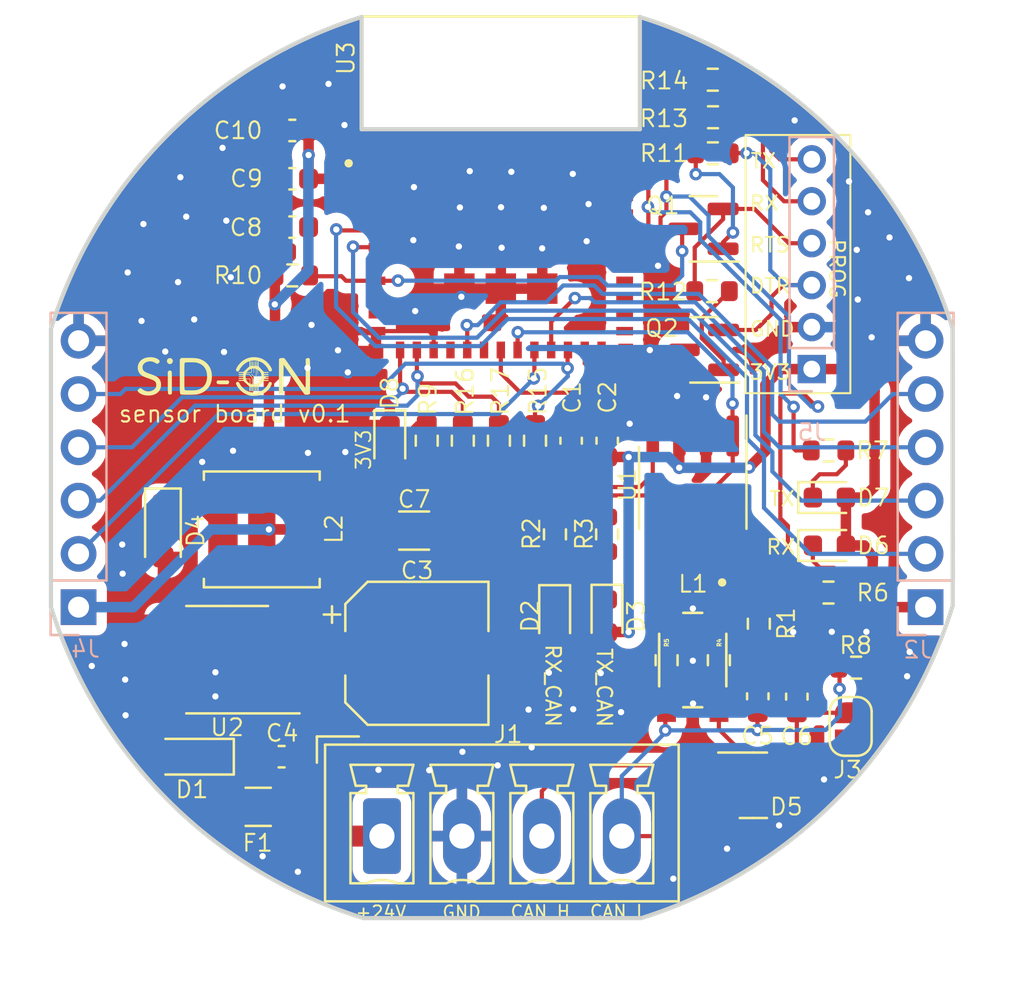
<source format=kicad_pcb>
(kicad_pcb (version 20221018) (generator pcbnew)
  (layers (0 "F.Cu" signal) (31 "B.Cu" signal) (34 "B.Paste" user) (35 "F.Paste" user) (36 "B.SilkS" user "B.Silkscreen") (37 "F.SilkS" user "F.Silkscreen") (38 "B.Mask" user) (39 "F.Mask" user) (44 "Edge.Cuts" user))
  (net 0 "")
  (net 1 "+24V")
  (net 2 "GND")
  (net 3 "+3V3")
  (net 4 "CHIP_PU")
  (net 5 "CAN_L")
  (net 6 "CAN_H")
  (net 7 "Net-(D1-A)")
  (net 8 "Net-(D2-K)")
  (net 9 "Net-(D6-K)")
  (net 10 "Net-(D7-K)")
  (net 11 "Net-(J1-Pin_1)")
  (net 12 "Net-(Q1-B)")
  (net 13 "RTS")
  (net 14 "Net-(Q2-B)")
  (net 15 "DTR")
  (net 16 "GPIO9")
  (net 17 "GPIO8")
  (net 18 "RXDO")
  (net 19 "TXDO")
  (net 20 "Net-(J3-Pin_1)")
  (net 21 "RX_CAN")
  (net 22 "TX_CAN")
  (net 23 "TOUCH_1")
  (net 24 "TOUCH_2")
  (net 25 "SCL")
  (net 26 "SDA")
  (net 27 "TOUCH_4")
  (net 28 "1-WIRE")
  (net 29 "TOUCH_3")
  (net 31 "Net-(D3-K)")
  (net 32 "Net-(D4-K)")
  (net 33 "Net-(D8-A)")
  (net 34 "Net-(J5-Pin_5)")
  (net 35 "Net-(J5-Pin_6)")
  (net 36 "Net-(U1-CANH)")
  (net 37 "Net-(U1-CANL)")
  (net 38 "Net-(U1-Rs)")
  (footprint "Package_TO_SOT_SMD:SOT-23" (layer "F.Cu") (at 82.5275 107.62 180)
    (fp_text reference "Q2")
    (fp_text value "BC817")
  )
  (footprint "Jumper:SolderJumper-2_P1.3mm_Open_RoundedPad1.0x1.5mm" (layer "F.Cu") (at 89.52 125.57 90)
    (fp_text reference "J3")
    (fp_text value "JUMPER 120R")
  )
  (footprint "Resistor_SMD:R_0603_1608Metric" (layer "F.Cu") (at 62.915 104.07)
    (fp_text reference "R10")
    (fp_text value "10k/R0603")
  )
  (footprint "ESP32-C3-MINI-1-N4:XCVR_ESP32-C3-MINI-1-N4" (layer "F.Cu") (at 72.85 100.025)
    (fp_text reference "U3")
    (fp_text value "ESP32-C3-MINI-1-N4")
  )
  (footprint "Package_TO_SOT_SMD:SOT-23" (layer "F.Cu") (at 84.885 128.3775)
    (fp_text reference "D5")
    (fp_text value "PESD1CAN")
  )
  (footprint "Resistor_SMD:R_0603_1608Metric" (layer "F.Cu") (at 88.465 119.19)
    (fp_text reference "R6")
    (fp_text value "1.2k")
  )
  (footprint "Resistor_SMD:R_0603_1608Metric" (layer "F.Cu") (at 82.95 94.74)
    (fp_text reference "R14")
    (fp_text value "22R/R0603")
  )
  (footprint "Diode_SMD:D_SOD-323_HandSoldering" (layer "F.Cu") (at 58.1175 127.015 180)
    (fp_text reference "D1")
    (fp_text value "1N5819WS")
  )
  (footprint "Resistor_SMD:R_0603_1608Metric" (layer "F.Cu") (at 80.75 122.415 -90)
    (fp_text reference "R5")
    (fp_text value "0k/R0603")
  )
  (footprint "Resistor_SMD:R_0603_1608Metric" (layer "F.Cu") (at 82.96 96.53 180)
    (fp_text reference "R13")
    (fp_text value "22R/R0603" hide)
  )
  (footprint "Capacitor_SMD:C_0603_1608Metric" (layer "F.Cu") (at 62.915 101.766667 180)
    (fp_text reference "C8")
    (fp_text value "10uF/C0805")
  )
  (footprint "Capacitor_SMD:C_0603_1608Metric" (layer "F.Cu") (at 85.095 124.135 -90)
    (fp_text reference "C5")
    (fp_text value "100pF/C0603")
  )
  (footprint "Package_SO:SOIC-8_3.9x4.9mm_P1.27mm" (layer "F.Cu") (at 81.995 114.2 -90)
    (fp_text reference "U1")
    (fp_text value "SN65HVD230")
  )
  (footprint "Capacitor_SMD:C_1206_3216Metric" (layer "F.Cu") (at 68.72 116.235)
    (fp_text reference "C7")
    (fp_text value "47uF/C1206")
  )
  (footprint "Resistor_SMD:R_0603_1608Metric" (layer "F.Cu") (at 82.955 98.25 180)
    (fp_text reference "R11")
    (fp_text value "10k/R0603")
  )
  (footprint "Resistor_SMD:R_0603_1608Metric" (layer "F.Cu") (at 77.915 116.415 -90)
    (fp_text reference "R3")
    (fp_text value "1.2k/R0603")
  )
  (footprint "Capacitor_SMD:C_0603_1608Metric" (layer "F.Cu") (at 86.955 124.15 -90)
    (fp_text reference "C6")
    (fp_text value "100pF/C0603")
  )
  (footprint "LED_SMD:LED_0603_1608Metric" (layer "F.Cu") (at 75.415 120.3225 -90)
    (fp_text reference "D2")
    (fp_text value "LED_RED/L0603")
  )
  (footprint "Inductor_SMD:L_Sunlord_SWPA5040S" (layer "F.Cu") (at 61.46 116.1775)
    (fp_text reference "L2")
    (fp_text value "47uH/900mA")
  )
  (footprint "Resistor_SMD:R_0603_1608Metric" (layer "F.Cu") (at 75.43 116.415 -90)
    (fp_text reference "R2")
    (fp_text value "1.2k/R0603")
  )
  (footprint "Diode_SMD:D_SOD-323_HandSoldering" (layer "F.Cu") (at 56.75 116.24 -90)
    (fp_text reference "D4")
    (fp_text value "1N5819WS")
  )
  (footprint "Capacitor_SMD:C_0603_1608Metric" (layer "F.Cu") (at 76.2 111.95 -90)
    (fp_text reference "C1")
    (fp_text value "10uF/C0805")
  )
  (footprint "Resistor_SMD:R_0603_1608Metric" (layer "F.Cu") (at 83.24 122.415 90)
    (fp_text reference "R4")
    (fp_text value "0k/R0603")
  )
  (footprint "Resistor_SMD:R_0603_1608Metric" (layer "F.Cu") (at 82.915 104.82 180)
    (fp_text reference "R12")
    (fp_text value "10k/R0603")
  )
  (footprint "LED_SMD:LED_0603_1608Metric" (layer "F.Cu") (at 77.91 120.305 -90)
    (fp_text reference "D3")
    (fp_text value "LED_RED/L0603")
  )
  (footprint "Capacitor_SMD:C_0603_1608Metric" (layer "F.Cu") (at 77.92 111.95 -90)
    (fp_text reference "C2")
    (fp_text value "100nF/C0603")
  )
  (footprint "Capacitor_SMD:C_0603_1608Metric" (layer "F.Cu") (at 62.915 99.463334 180)
    (fp_text reference "C9")
    (fp_text value "100nF/C0603")
  )
  (footprint "LED_SMD:LED_0603_1608Metric" (layer "F.Cu") (at 88.505 116.945)
    (fp_text reference "D6")
    (fp_text value "LED_RED/L0603")
  )
  (footprint "LED_SMD:LED_0603_1608Metric" (layer "F.Cu") (at 67.56 111.99 -90)
    (fp_text reference "D8")
    (fp_text value "LED_RED/L0603" hide)
  )
  (footprint "Connector_Phoenix_MC:PhoenixContact_MCV_1,5_4-G-3.81_1x04_P3.81mm_Vertical" (layer "F.Cu") (at 67.185 130.8)
    (fp_text reference "J1")
    (fp_text value "Screw_Terminal_01x04")
  )
  (footprint "Capacitor_SMD:C_0603_1608Metric" (layer "F.Cu") (at 62.915 97.16 180)
    (fp_text reference "C10")
    (fp_text value "10uF/C0805")
  )
  (footprint "Resistor_SMD:R_0603_1608Metric" (layer "F.Cu") (at 85.145 120.675 -90)
    (fp_text reference "R1")
    (fp_text value "10k/R0603")
  )
  (footprint "Resistor_SMD:R_0603_1608Metric" (layer "F.Cu") (at 88.465 112.415)
    (fp_text reference "R7")
    (fp_text value "1.2k")
  )
  (footprint "Resistor_SMD:R_0603_1608Metric" (layer "F.Cu") (at 72.76 111.95 -90)
    (fp_text reference "R17")
    (fp_text value "10k/R0603")
  )
  (footprint "Resistor_SMD:R_0603_1608Metric" (layer "F.Cu") (at 74.48 111.95 90)
    (fp_text reference "R15")
    (fp_text value "10k/R0603")
  )
  (footprint "ACT45B:FIL_ACT45B-510-2P-TL003" (layer "F.Cu") (at 81.995 122.4075 -90)
    (fp_text reference "L1")
    (fp_text value "ACT45B-510")
  )
  (footprint "Resistor_SMD:R_0603_1608Metric" (layer "F.Cu") (at 71.04 111.95 -90)
    (fp_text reference "R16")
    (fp_text value "10k/R0603")
  )
  (footprint "Capacitor_SMD:CP_Elec_6.3x7.7" (layer "F.Cu") (at 68.85 122.085)
    (fp_text reference "C3")
    (fp_text value "100uF/35v")
  )
  (footprint "Capacitor_SMD:C_0603_1608Metric" (layer "F.Cu") (at 62.405 127.015)
    (fp_text reference "C4")
    (fp_text value "100nF/C0603")
  )
  (footprint "Fuse:Fuse_1206_3216Metric" (layer "F.Cu") (at 61.29 129.405)
    (fp_text reference "F1")
    (fp_text value "BSMD1206-100-24V")
  )
  (footprint "Resistor_SMD:R_0603_1608Metric" (layer "F.Cu") (at 69.32 111.95 90)
    (fp_text reference "R9")
    (fp_text value "1.2k/R0603")
  )
  (footprint "boneio - expansion module WT32-ETH01:8mm" (layer "F.Cu") (at 59.5 109.04)
    (fp_text reference "G***" hide)
    (fp_text value "LOGO" hide)
  )
  (footprint "LED_SMD:LED_0603_1608Metric" (layer "F.Cu") (at 88.505 114.66)
    (fp_text reference "D7")
    (fp_text value "LED_RED/L0603")
  )
  (footprint "Resistor_SMD:R_0603_1608Metric" (layer "F.Cu") (at 89.78 122.77 180)
    (fp_text reference "R8")
    (fp_text value "120R/R0603")
  )
  (footprint "Package_TO_SOT_SMD:SOT-23" (layer "F.Cu") (at 82.5025 101.85 180)
    (fp_text reference "Q1")
    (fp_text value "BC817")
  )
  (footprint "Package_SO:SOP-8_3.9x4.9mm_P1.27mm" (layer "F.Cu") (at 59.81 122.39 180)
    (fp_text reference "U2")
    (fp_text value "XL1509-3.3")
  )
  (footprint "Connector_PinHeader_2.00mm:PinHeader_1x06_P2.00mm_Vertical" (layer "B.Cu") (at 87.665 108.535)
    (fp_text reference "J5")
    (fp_text value "PROG")
  )
  (footprint "Connector_PinHeader_2.54mm:PinHeader_1x06_P2.54mm_Vertical" (layer "B.Cu") (at 52.73 119.885)
    (fp_text reference "J4")
    (fp_text value "BUS_PINS")
  )
  (footprint "Connector_PinHeader_2.54mm:PinHeader_1x06_P2.54mm_Vertical" (layer "B.Cu") (at 93.09 119.885)
    (fp_text reference "J2")
    (fp_text value "TOUCH_PINS")
  )
  (gr_rect (start 84.515 97.375) (end 89.505 109.685) (stroke (width 0.1)) (fill none) (layer "F.SilkS"))
  (gr_line (start 79.535 134.71) (end 66.305 134.71) (stroke (width 0.2)) (layer "Edge.Cuts"))
  (gr_line (start 79.475 91.750573) (end 79.475 97.1) (stroke (width 0.2)) (layer "Edge.Cuts"))
  (gr_line (start 66.215 91.750573) (end 66.215 97.1) (stroke (width 0.2)) (layer "Edge.Cuts"))
  (gr_line (start 94.370944 106.588746) (end 94.385 119.81) (stroke (width 0.2)) (layer "Edge.Cuts"))
  (gr_line (start 51.415001 106.64) (end 51.415001 119.87) (stroke (width 0.2)) (layer "Edge.Cuts"))
  (gr_arc (start 51.41229 106.63139) (mid 56.980936 97.367892) (end 66.215 91.750573) (stroke (width 0.2)) (layer "Edge.Cuts"))
  (gr_arc (start 66.305 134.71) (mid 57.029159 129.129066) (end 51.413746 119.874056) (stroke (width 0.2)) (layer "Edge.Cuts"))
  (gr_arc (start 94.380944 119.818746) (mid 88.80001 129.094587) (end 79.545 134.71) (stroke (width 0.2)) (layer "Edge.Cuts"))
  (gr_line (start 66.215 97.1) (end 79.479714 97.1) (stroke (width 0.2)) (layer "Edge.Cuts"))
  (gr_arc (start 79.472476 91.750573) (mid 88.752857 97.331071) (end 94.370943 106.588746) (stroke (width 0.2)) (layer "Edge.Cuts"))
  (gr_text "GND" (at 84.65 107.035) (layer "F.SilkS") (effects (font (size 0.7 0.7) (thickness 0.1)) (justify left bottom)))
  (gr_text "TX" (at 84.69 99.025) (layer "F.SilkS") (effects (font (size 0.7 0.7) (thickness 0.1)) (justify left bottom)))
  (gr_text "DTR" (at 84.65 104.975) (layer "F.SilkS") (effects (font (size 0.7 0.7) (thickness 0.1)) (justify left bottom)))
  (gr_text "CAN_H" (at 73.26 134.76) (layer "F.SilkS") (effects (font (size 0.6 0.6) (thickness 0.0875)) (justify left bottom)))
  (gr_text "RX_CAN" (at 74.925 121.593333 -90) (layer "F.SilkS") (effects (font (size 0.7 0.7) (thickness 0.1)) (justify left bottom)))
  (gr_text "PROG" (at 88.46 102.265 -90) (layer "F.SilkS") (effects (font (size 0.7 0.7) (thickness 0.1)) (justify left bottom)))
  (gr_text "GND" (at 70.01 134.78) (layer "F.SilkS") (effects (font (size 0.6 0.6) (thickness 0.0875)) (justify left bottom)))
  (gr_text "RTS" (at 84.65 103.025) (layer "F.SilkS") (effects (font (size 0.7 0.7) (thickness 0.1)) (justify left bottom)))
  (gr_text "CAN_L" (at 77.04 134.75) (layer "F.SilkS") (effects (font (size 0.6 0.6) (thickness 0.0875)) (justify left bottom)))
  (gr_text "TX_CAN" (at 77.37 121.77 -90) (layer "F.SilkS") (effects (font (size 0.7 0.7) (thickness 0.1)) (justify left bottom)))
  (gr_text "RX" (at 84.65 101.045) (layer "F.SilkS") (effects (font (size 0.7 0.7) (thickness 0.1)) (justify left bottom)))
  (gr_text "3V3" (at 66.72 113.4 90) (layer "F.SilkS") (effects (font (size 0.7 0.7) (thickness 0.0875)) (justify left bottom)))
  (gr_text "TX" (at 85.58 115.13) (layer "F.SilkS") (effects (font (size 0.7 0.7) (thickness 0.1)) (justify left bottom)))
  (gr_text "sensor board v0.1" (at 54.58 111.14) (layer "F.SilkS") (effects (font (size 0.8 0.8) (thickness 0.1)) (justify left bottom)))
  (gr_text "RX" (at 85.44 117.43) (layer "F.SilkS") (effects (font (size 0.7 0.7) (thickness 0.1)) (justify left bottom)))
  (gr_text "3V3" (at 84.65 109.095) (layer "F.SilkS") (effects (font (size 0.7 0.7) (thickness 0.1)) (justify left bottom)))
  (gr_text "+24V" (at 65.88 134.78) (layer "F.SilkS") (effects (font (size 0.6 0.6) (thickness 0.0875)) (justify left bottom)))
  (segment (start 69.65 106.95) (end 69.65 107.625) (width 0.2) (layer "F.Cu") (net 2))
  (segment (start 66.95 106.725) (end 69.425 106.725) (width 0.2) (layer "F.Cu") (net 2))
  (segment (start 69.425 106.725) (end 69.65 106.95) (width 0.2) (layer "F.Cu") (net 2))
  (via (at 77.03 100.67) (size 0.6) (drill 0.3) (layers "F.Cu" "B.Cu") (net 2))
  (via (at 81.07 132.83) (size 0.6) (drill 0.3) (layers "F.Cu" "B.Cu") (net 2))
  (via (at 74.32 126.57) (size 0.6) (drill 0.3) (layers "F.Cu" "B.Cu") (net 2))
  (via (at 78.58 124.89) (size 0.6) (drill 0.3) (layers "F.Cu" "B.Cu") (net 2))
  (via (at 68.77 105.77) (size 0.6) (drill 0.3) (layers "F.Cu" "B.Cu") (net 2))
  (via (at 61.5 131.76) (size 0.6) (drill 0.3) (layers "F.Cu" "B.Cu") (net 2))
  (via (at 78.99 111.14) (size 0.6) (drill 0.3) (layers "F.Cu" "B.Cu") (net 2))
  (via (at 80.34 103.61) (size 0.6) (drill 0.3) (layers "F.Cu" "B.Cu") (net 2))
  (via (at 82 122.44) (size 0.6) (drill 0.3) (layers "F.Cu" "B.Cu") (net 2))
  (via (at 82.01 124.48) (size 0.6) (drill 0.3) (layers "F.Cu" "B.Cu") (net 2))
  (via (at 59.25 122.99) (size 0.6) (drill 0.3) (layers "F.Cu" "B.Cu") (net 2))
  (via (at 54.97 125.04) (size 0.6) (drill 0.3) (layers "F.Cu" "B.Cu") (net 2))
  (via (at 55.07 103.93) (size 0.6) (drill 0.3) (layers "F.Cu" "B.Cu") (net 2))
  (via (at 68.68 102.39) (size 0.6) (drill 0.3) (layers "F.Cu" "B.Cu") (net 2))
  (via (at 70.9 100.83) (size 0.6) (drill 0.3) (layers "F.Cu" "B.Cu") (net 2))
  (via (at 57.58 99.39) (size 0.6) (drill 0.3) (layers "F.Cu" "B.Cu") (net 2))
  (via (at 83.63 131.4) (size 0.6) (drill 0.3) (layers "F.Cu" "B.Cu") (net 2))
  (via (at 64.64 94.94) (size 0.6) (drill 0.3) (layers "F.Cu" "B.Cu") (net 2))
  (via (at 65.56 108.69) (size 0.6) (drill 0.3) (layers "F.Cu" "B.Cu") (net 2))
  (via (at 59.66 107.72) (size 0.6) (drill 0.3) (layers "F.Cu" "B.Cu") (net 2))
  (via (at 86.11 130.29) (size 0.6) (drill 0.3) (layers "F.Cu" "B.Cu") (net 2))
  (via (at 72.86 100.82) (size 0.6) (drill 0.3) (layers "F.Cu" "B.Cu") (net 2))
  (via (at 54.83 118.29) (size 0.6) (drill 0.3) (layers "F.Cu" "B.Cu") (net 2))
  (via (at 54.95 123.34) (size 0.6) (drill 0.3) (layers "F.Cu" "B.Cu") (net 2))
  (via (at 86.85 96.68) (size 0.6) (drill 0.3) (layers "F.Cu" "B.Cu") (net 2))
  (via (at 58.24 106.17) (size 0.6) (drill 0.3) (layers "F.Cu" "B.Cu") (net 2))
  (via (at 59.77 101.46) (size 0.6) (drill 0.3) (layers "F.Cu" "B.Cu") (net 2))
  (via (at 76.3 124.75) (size 0.6) (drill 0.3) (layers "F.Cu" "B.Cu") (net 2))
  (via (at 89.86 105.22) (size 0.6) (drill 0.3) (layers "F.Cu" "B.Cu") (net 2))
  (via (at 92.3 104.2) (size 0.6) (drill 0.3) (layers "F.Cu" "B.Cu") (net 2))
  (via (at 72.89 102.75) (size 0.6) (drill 0.3) (layers "F.Cu" "B.Cu") (net 2))
  (via (at 89.81 102.85) (size 0.6) (drill 0.3) (layers "F.Cu" "B.Cu") (net 2))
  (via (at 81.25 109.82) (size 0.6) (drill 0.3) (layers "F.Cu" "B.Cu") (net 2))
  (via (at 67.02 127.64) (size 0.6) (drill 0.3) (layers "F.Cu" "B.Cu") (net 2))
  (via (at 59.25 124.14) (size 0.6) (drill 0.3) (layers "F.Cu" "B.Cu") (net 2))
  (via (at 82.63 109.88) (size 0.6) (drill 0.3) (layers "F.Cu" "B.Cu") (net 2))
  (via (at 71.02 126.78) (size 0.6) (drill 0.3) (layers "F.Cu" "B.Cu") (net 2))
  (via (at 76.94 102.44) (size 0.6) (drill 0.3) (layers "F.Cu" "B.Cu") (net 2))
  (via (at 65.4 96.9) (size 0.6) (drill 0.3) (layers "F.Cu" "B.Cu") (net 2))
  (via (at 65.09 107.64) (size 0.6) (drill 0.3) (layers "F.Cu" "B.Cu") (net 2))
  (via (at 90.27 121.06) (size 0.6) (drill 0.3) (layers "F.Cu" "B.Cu") (net 2))
  (via (at 74.9 100.85) (size 0.6) (drill 0.3) (layers "F.Cu" "B.Cu") (net 2))
  (via (at 79.95 107.63) (size 0.6) (drill 0.3) (layers "F.Cu" "B.Cu") (net 2))
  (via (at 88.62 121.06) (size 0.6) (drill 0.3) (layers "F.Cu" "B.Cu") (net 2))
  (via (at 70.85 102.69) (size 0.6) (drill 0.3) (layers "F.Cu" "B.Cu") (net 2))
  (via (at 82 119.95) (size 0.6) (drill 0.3) (layers "F.Cu" "B.Cu") (net 2))
  (via (at 70.97 105.09) (size 0.6) (drill 0.3) (layers "F.Cu" "B.Cu") (net 2))
  (via (at 63.64 108.48) (size 0.6) (drill 0.3) (layers "F.Cu" "B.Cu") (net 2))
  (via (at 92.21 123.18) (size 0.6) (drill 0.3) (layers "F.Cu" "B.Cu") (net 2))
  (via (at 90.35 101.06) (size 0.6) (drill 0.3) (layers "F.Cu" "B.Cu") (net 2))
  (via (at 55.82 101.62) (size 0.6) (drill 0.3) (layers "F.Cu" "B.Cu") (net 2))
  (via (at 60.09 112.43) (size 0.6) (drill 0.3) (layers "F.Cu" "B.Cu") (net 2))
  (via (at 88.25 128.1) (size 0.6) (drill 0.3) (layers "F.Cu" "B.Cu") (net 2))
  (via (at 54.92 121.64) (size 0.6) (drill 0.3) (layers "F.Cu" "B.Cu") (net 2))
  (via (at 65.44 112.49) (size 0.6) (drill 0.3) (layers "F.Cu" "B.Cu") (net 2))
  (via (at 58.62 112.96) (size 0.6) (drill 0.3) (layers "F.Cu" "B.Cu") (net 2))
  (via (at 63.66 112.53) (size 0.6) (drill 0.3) (layers "F.Cu" "B.Cu") (net 2))
  (via (at 68.71 99.86) (size 0.6) (drill 0.3) (layers "F.Cu" "B.Cu") (net 2))
  (via (at 59.98 104.16) (size 0.6) (drill 0.3) (layers "F.Cu" "B.Cu") (net 2))
  (via (at 90.52 107.02) (size 0.6) (drill 0.3) (layers "F.Cu" "B.Cu") (net 2))
  (via (at 59.59 97.99) (size 0.6) (drill 0.3) (layers "F.Cu" "B.Cu") (net 2))
  (via (at 69.44 127.66) (size 0.6) (drill 0.3) (layers "F.Cu" "B.Cu") (net 2))
  (via (at 74.82 102.78) (size 0.6) (drill 0.3) (layers "F.Cu" "B.Cu") (net 2))
  (via (at 92.33 122.02) (size 0.6) (drill 0.3) (layers "F.Cu" "B.Cu") (net 2))
  (via (at 89.44 99.59) (size 0.6) (drill 0.3) (layers "F.Cu" "B.Cu") (net 2))
  (via (at 74.17 124.77) (size 0.6) (drill 0.3) (layers "F.Cu" "B.Cu") (net 2))
  (via (at 55.73 106.24) (size 0.6) (drill 0.3) (layers "F.Cu" "B.Cu") (net 2))
  (via (at 77.61 123.03) (size 0.6) (drill 0.3) (layers "F.Cu" "B.Cu") (net 2))
  (via (at 91.37 102.26) (size 0.6) (drill 0.3) (layers "F.Cu" "B.Cu") (net 2))
  (via (at 86.78 121.07) (size 0.6) (drill 0.3) (layers "F.Cu" "B.Cu") (net 2))
  (via (at 56.86 107.7) (size 0.6) (drill 0.3) (layers "F.Cu" "B.Cu") (net 2))
  (via (at 73.35 99.13) (size 0.6) (drill 0.3) (layers "F.Cu" "B.Cu") (net 2))
  (via (at 71.37 99.1) (size 0.6) (drill 0.3) (layers "F.Cu" "B.Cu") (net 2))
  (via (at 63.83 106.43) (size 0.6) (drill 0.3) (layers "F.Cu" "B.Cu") (net 2))
  (via (at 63.18 132.5) (size 0.6) (drill 0.3) (layers "F.Cu" "B.Cu") (net 2))
  (via (at 57.47 104.39) (size 0.6) (drill 0.3) (layers "F.Cu" "B.Cu") (net 2))
  (via (at 57.86 101.27) (size 0.6) (drill 0.3) (layers "F.Cu" "B.Cu") (net 2))
  (via (at 54.81 116.9) (size 0.6) (drill 0.3) (layers "F.Cu" "B.Cu") (net 2))
  (via (at 75.14 123.01) (size 0.6) (drill 0.3) (layers "F.Cu" "B.Cu") (net 2))
  (via (at 72.7 127.43) (size 0.6) (drill 0.3) (layers "F.Cu" "B.Cu") (net 2))
  (via (at 76.28 99.23) (size 0.6) (drill 0.3) (layers "F.Cu" "B.Cu") (net 2))
  (via (at 53.36 122.69) (size 0.6) (drill 0.3) (layers "F.Cu" "B.Cu") (net 2))
  (via (at 62.45 95.06) (size 0.6) (drill 0.3) (layers "F.Cu" "B.Cu") (net 2))
  (segment (start 60.92 119.39) (end 61.18 119.13) (width 0.5) (layer "F.Cu") (net 3))
  (segment (start 62.08 104.08) (end 62.09 104.07) (width 0.5) (layer "F.Cu") (net 3))
  (segment (start 89.2925 114.66) (end 89.2925 116.945) (width 0.5) (layer "F.Cu") (net 3))
  (segment (start 69.32 113.82) (end 68.55 114.59) (width 0.5) (layer "F.Cu") (net 3))
  (segment (start 61.765 121.755) (end 60.92 120.91) (width 0.5) (layer "F.Cu") (net 3))
  (segment (start 65.525 100.325) (end 64.663334 99.463334) (width 0.5) (layer "F.Cu") (net 3))
  (segment (start 84.68 113.22) (end 85.46 112.44) (width 0.5) (layer "F.Cu") (net 3))
  (segment (start 62.09 108.84) (end 62.09 105.46) (width 0.5) (layer "F.Cu") (net 3))
  (segment (start 90.66 109.56) (end 89.635 108.535) (width 0.5) (layer "F.Cu") (net 3))
  (segment (start 61.8025 116.1775) (end 61.8 116.18) (width 0.5) (layer "F.Cu") (net 3))
  (segment (start 77.9325 121.07) (end 77.91 121.0925) (width 0.5) (layer "F.Cu") (net 3))
  (segment (start 63.69 97.16) (end 63.69 98.33) (width 0.5) (layer "F.Cu") (net 3))
  (segment (start 63.75 119.25) (end 63.31 118.81) (width 0.5) (layer "F.Cu") (net 3))
  (segment (start 61.8 109.13) (end 62.09 108.84) (width 0.5) (layer "F.Cu") (net 3))
  (segment (start 69.37 112.725) (end 69.32 112.775) (width 0.5) (layer "F.Cu") (net 3))
  (segment (start 64.663334 99.463334) (end 63.69 99.463334) (width 0.5) (layer "F.Cu") (net 3))
  (segment (start 90.165 116.945) (end 90.58 117.53) (width 0.5) (layer "F.Cu") (net 3))
  (segment (start 63.31 118.81) (end 63.31 116.1775) (width 0.5) (layer "F.Cu") (net 3))
  (segment (start 63.295 121.755) (end 63.75 121.3) (width 0.5) (layer "F.Cu") (net 3))
  (segment (start 81.35 111.735) (end 81.36 111.725) (width 0.5) (layer "F.Cu") (net 3))
  (segment (start 90.52 119.22) (end 91.185 119.885) (width 0.5) (layer "F.Cu") (net 3))
  (segment (start 89.2925 116.945) (end 90.165 116.945) (width 0.5) (layer "F.Cu") (net 3))
  (segment (start 66.95 100.325) (end 65.525 100.325) (width 0.5) (layer "F.Cu") (net 3))
  (segment (start 62.08 105.45) (end 62.08 104.08) (width 0.5) (layer "F.Cu") (net 3))
  (segment (start 85.46 112.44) (end 85.46 109.28) (width 0.5) (layer "F.Cu") (net 3))
  (segment (start 67.245 114.955) (end 67.245 116.235) (width 0.5) (layer "F.Cu") (net 3))
  (segment (start 68.55 114.59) (end 67.61 114.59) (width 0.5) (layer "F.Cu") (net 3))
  (segment (start 81.35 113.24) (end 81.35 111.735) (width 0.5) (layer "F.Cu") (net 3))
  (segment (start 90.66 114.14) (end 90.66 109.56) (width 0.5) (layer "F.Cu") (net 3))
  (segment (start 89.2925 114.66) (end 90.14 114.66) (width 0.5) (layer "F.Cu") (net 3))
  (segment (start 60.92 120.91) (end 60.92 119.39) (width 0.5) (layer "F.Cu") (net 3))
  (segment (start 77.91 121.0925) (end 75.4325 121.0925) (width 0.5) (layer "F.Cu") (net 3))
  (segment (start 62.53 119.13) (end 62.54 119.12) (width 0.5) (layer "F.Cu") (net 3))
  (segment (start 77.92 112.725) (end 69.37 112.725) (width 0.5) (layer "F.Cu") (net 3))
  (segment (start 90.58 117.53) (end 90.52 119.22) (width 0.5) (layer "F.Cu") (net 3))
  (segment (start 67.61 114.59) (end 67.245 114.955) (width 0.5) (layer "F.Cu") (net 3))
  (segment (start 63.31 116.1775) (end 61.8025 116.1775) (width 0.5) (layer "F.Cu") (net 3))
  (segment (start 62.435 121.755) (end 63.295 121.755) (width 0.5) (layer "F.Cu") (net 3))
  (segment (start 78.94 121.07) (end 77.9325 121.07) (width 0.5) (layer "F.Cu") (net 3))
  (segment (start 77.92 112.725) (end 78.935 112.725) (width 0.5) (layer "F.Cu") (net 3))
  (segment (start 90.14 114.66) (end 90.66 114.14) (width 0.5) (layer "F.Cu") (net 3))
  (segment (start 61.18 119.13) (end 62.53 119.13) (width 0.5) (layer "F.Cu") (net 3))
  (segment (start 62.435 121.755) (end 61.765 121.755) (width 0.5) (layer "F.Cu") (net 3))
  (segment (start 69.32 112.775) (end 69.32 113.82) (width 0.5) (layer "F.Cu") (net 3))
  (segment (start 89.635 108.535) (end 87.665 108.535) (width 0.5) (layer "F.Cu") (net 3))
  (segment (start 86.205 108.535) (end 87.665 108.535) (width 0.5) (layer "F.Cu") (net 3))
  (segment (start 63.69 98.33) (end 63.69 99.463334) (width 0.5) (layer "F.Cu") (net 3))
  (segment (start 63.75 121.3) (end 63.75 119.25) (width 0.5) (layer "F.Cu") (net 3))
  (segment (start 85.46 109.28) (end 86.205 108.535) (width 0.5) (layer "F.Cu") (net 3))
  (segment (start 91.185 119.885) (end 93.09 119.885) (width 0.5) (layer "F.Cu") (net 3))
  (segment (start 61.8 116.18) (end 61.8 109.13) (width 0.5) (layer "F.Cu") (net 3))
  (segment (start 78.935 112.725) (end 78.94 112.73) (width 0.5) (layer "F.Cu") (net 3))
  (segment (start 62.09 105.46) (end 62.08 105.45) (width 0.5) (layer "F.Cu") (net 3))
  (segment (start 75.4325 121.0925) (end 75.415 121.11) (width 0.5) (layer "F.Cu") (net 3))
  (via (at 84.68 113.22) (size 0.6) (drill 0.3) (layers "F.Cu" "B.Cu") (net 3))
  (via (at 81.35 113.24) (size 0.6) (drill 0.3) (layers "F.Cu" "B.Cu") (net 3))
  (via (at 61.8 116.18) (size 0.6) (drill 0.3) (layers "F.Cu" "B.Cu") (net 3))
  (via (at 78.94 121.07) (size 0.6) (drill 0.3) (layers "F.Cu" "B.Cu") (net 3))
  (via (at 62.08 105.45) (size 0.6) (drill 0.3) (layers "F.Cu" "B.Cu") (net 3))
  (via (at 78.94 112.73) (size 0.6) (drill 0.3) (layers "F.Cu" "B.Cu") (net 3))
  (via (at 63.69 98.33) (size 0.6) (drill 0.3) (layers "F.Cu" "B.Cu") (net 3))
  (segment (start 63.68 103.85) (end 62.08 105.45) (width 0.5) (layer "B.Cu") (net 3))
  (segment (start 78.94 112.73) (end 80.84 112.73) (width 0.5) (layer "B.Cu") (net 3))
  (segment (start 84.63 113.24) (end 84.68 113.22) (width 0.5) (layer "B.Cu") (net 3))
  (segment (start 84.67 113.24) (end 84.65 113.24) (width 0.5) (layer "B.Cu") (net 3))
  (segment (start 61.8 116.18) (end 59.04 116.18) (width 0.5) (layer "B.Cu") (net 3))
  (segment (start 78.94 112.73) (end 78.94 121.07) (width 0.5) (layer "B.Cu") (net 3))
  (segment (start 55.335 119.885) (end 52.73 119.885) (width 0.5) (layer "B.Cu") (net 3))
  (segment (start 84.68 113.22) (end 84.67 113.24) (width 0.5) (layer "B.Cu") (net 3))
  (segment (start 59.04 116.18) (end 55.335 119.885) (width 0.5) (layer "B.Cu") (net 3))
  (segment (start 81.35 113.24) (end 84.63 113.24) (width 0.5) (layer "B.Cu") (net 3))
  (segment (start 80.84 112.73) (end 81.35 113.24) (width 0.5) (layer "B.Cu") (net 3))
  (segment (start 63.69 98.33) (end 63.68 98.34) (width 0.5) (layer "B.Cu") (net 3))
  (segment (start 63.68 98.34) (end 63.68 103.85) (width 0.5) (layer "B.Cu") (net 3))
  (segment (start 65.26 104.11) (end 63.78 104.11) (width 0.2) (layer "F.Cu") (net 4))
  (segment (start 63.78 104.11) (end 63.74 104.07) (width 0.2) (layer "F.Cu") (net 4))
  (segment (start 63.69 104.02) (end 63.74 104.07) (width 0.2) (layer "F.Cu") (net 4))
  (segment (start 67.945 104.325) (end 67.95 104.32) (width 0.2) (layer "F.Cu") (net 4))
  (segment (start 63.69 101.766667) (end 63.69 104.02) (width 0.2) (layer "F.Cu") (net 4))
  (segment (start 66.95 104.325) (end 65.475 104.325) (width 0.2) (layer "F.Cu") (net 4))
  (segment (start 81.4905 102.911143) (end 81.4905 101.9245) (width 0.2) (layer "F.Cu") (net 4))
  (segment (start 81.4905 101.9245) (end 81.565 101.85) (width 0.2) (layer "F.Cu") (net 4))
  (segment (start 66.95 104.325) (end 67.945 104.325) (width 0.2) (layer "F.Cu") (net 4))
  (segment (start 65.475 104.325) (end 65.26 104.11) (width 0.2) (layer "F.Cu") (net 4))
  (via (at 67.95 104.32) (size 0.6) (drill 0.3) (layers "F.Cu" "B.Cu") (net 4))
  (via (at 81.4905 102.911143) (size 0.6) (drill 0.3) (layers "F.Cu" "B.Cu") (net 4))
  (segment (start 75.484314 104.32) (end 75.654315 104.15) (width 0.2) (layer "B.Cu") (net 4))
  (segment (start 81.02 104.55) (end 81.4905 104.0795) (width 0.2) (layer "B.Cu") (net 4))
  (segment (start 77.52 104.15) (end 77.92 104.55) (width 0.2) (layer "B.Cu") (net 4))
  (segment (start 77.92 104.55) (end 81.02 104.55) (width 0.2) (layer "B.Cu") (net 4))
  (segment (start 67.95 104.32) (end 75.484314 104.32) (width 0.2) (layer "B.Cu") (net 4))
  (segment (start 75.654315 104.15) (end 77.52 104.15) (width 0.2) (layer "B.Cu") (net 4))
  (segment (start 81.4905 104.0795) (end 81.4905 102.911143) (width 0.2) (layer "B.Cu") (net 4))
  (segment (start 81.9225 129.3275) (end 80.45 130.8) (width 0.2) (layer "F.Cu") (net 5))
  (segment (start 80.45 130.8) (end 78.615 130.8) (width 0.2) (layer "F.Cu") (net 5))
  (segment (start 80.75 123.24) (end 80.75 124.6775) (width 0.2) (layer "F.Cu") (net 5))
  (segment (start 80.75 124.6775) (end 80.745 124.6825) (width 0.2) (layer "F.Cu") (net 5))
  (segment (start 88.99 122.805) (end 88.955 122.77) (width 0.2) (layer "F.Cu") (net 5))
  (segment (start 80.69 125.76) (end 80.69 124.7375) (width 0.2) (layer "F.Cu") (net 5))
  (segment (start 83.9475 129.3275) (end 81.9225 129.3275) (width 0.2) (layer "F.Cu") (net 5))
  (segment (start 80.69 124.7375) (end 80.745 124.6825) (width 0.2) (layer "F.Cu") (net 5))
  (segment (start 85.08 124.925) (end 85.095 124.91) (width 0.2) (layer "F.Cu") (net 5))
  (segment (start 88.99 123.78) (end 88.99 122.805) (width 0.2) (layer "F.Cu") (net 5))
  (segment (start 85.08 125.74) (end 85.08 124.925) (width 0.2) (layer "F.Cu") (net 5))
  (via (at 80.69 125.76) (size 0.6) (drill 0.3) (layers "F.Cu" "B.Cu") (net 5))
  (via (at 88.99 123.78) (size 0.6) (drill 0.3) (layers "F.Cu" "B.Cu") (net 5))
  (via (at 85.08 125.74) (size 0.6) (drill 0.3) (layers "F.Cu" "B.Cu") (net 5))
  (segment (start 88.99 123.78) (end 89.01 123.8) (width 0.2) (layer "B.Cu") (net 5))
  (segment (start 89.01 123.8) (end 89.01 125.06) (width 0.2) (layer "B.Cu") (net 5))
  (segment (start 79.68 126.87) (end 80.69 125.86) (width 0.2) (layer "B.Cu") (net 5))
  (segment (start 80.69 125.86) (end 80.69 125.76) (width 0.2) (layer "B.Cu") (net 5))
  (segment (start 78.615 130.8) (end 78.615 127.935) (width 0.2) (layer "B.Cu") (net 5))
  (segment (start 80.69 125.76) (end 85.06 125.76) (width 0.2) (layer "B.Cu") (net 5))
  (segment (start 89.01 125.06) (end 88.33 125.74) (width 0.2) (layer "B.Cu") (net 5))
  (segment (start 78.615 127.935) (end 79.68 126.87) (width 0.2) (layer "B.Cu") (net 5))
  (segment (start 88.33 125.74) (end 85.08 125.74) (width 0.2) (layer "B.Cu") (net 5))
  (segment (start 85.06 125.76) (end 85.08 125.74) (width 0.2) (layer "B.Cu") (net 5))
  (segment (start 83.9475 127.4275) (end 86.2225 127.4275) (width 0.2) (layer "F.Cu") (net 6))
  (segment (start 76.0325 127.4275) (end 83.9475 127.4275) (width 0.2) (layer "F.Cu") (net 6))
  (segment (start 86.96 124.92) (end 89.52 124.92) (width 0.2) (layer "F.Cu") (net 6))
  (segment (start 86.2225 127.4275) (end 86.955 126.695) (width 0.2) (layer "F.Cu") (net 6))
  (segment (start 86.955 124.925) (end 86.96 124.92) (width 0.2) (layer "F.Cu") (net 6))
  (segment (start 83.9475 126.4175) (end 83.24 125.71) (width 0.2) (layer "F.Cu") (net 6))
  (segment (start 83.9475 127.4275) (end 83.9475 126.4175) (width 0.2) (layer "F.Cu") (net 6))
  (segment (start 86.955 126.695) (end 86.955 124.925) (width 0.2) (layer "F.Cu") (net 6))
  (segment (start 83.24 125.71) (end 83.24 123.24) (width 0.2) (layer "F.Cu") (net 6))
  (segment (start 74.805 128.655) (end 76.0325 127.4275) (width 0.2) (layer "F.Cu") (net 6))
  (segment (start 74.805 130.8) (end 74.805 128.655) (width 0.2) (layer "F.Cu") (net 6))
  (segment (start 56.8675 127.6375) (end 56.8675 127.015) (width 1) (layer "F.Cu") (net 7))
  (segment (start 59.89 129.405) (end 58.635 129.405) (width 1) (layer "F.Cu") (net 7))
  (segment (start 58.635 129.405) (end 56.8675 127.6375) (width 1) (layer "F.Cu") (net 7))
  (segment (start 75.43 119.52) (end 75.415 119.535) (width 0.2) (layer "F.Cu") (net 8))
  (segment (start 75.43 117.24) (end 75.43 119.52) (width 0.2) (layer "F.Cu") (net 8))
  (segment (start 89.29 118.58) (end 88.72 118.01) (width 0.2) (layer "F.Cu") (net 9))
  (segment (start 89.29 119.19) (end 89.29 118.58) (width 0.2) (layer "F.Cu") (net 9))
  (segment (start 88.05 118.01) (end 87.7175 117.6775) (width 0.2) (layer "F.Cu") (net 9))
  (segment (start 87.7175 117.6775) (end 87.7175 116.945) (width 0.2) (layer "F.Cu") (net 9))
  (segment (start 88.72 118.01) (end 88.05 118.01) (width 0.2) (layer "F.Cu") (net 9))
  (segment (start 88.86 113.55) (end 88.04 113.55) (width 0.2) (layer "F.Cu") (net 10))
  (segment (start 87.7175 113.8725) (end 87.7175 114.66) (width 0.2) (layer "F.Cu") (net 10))
  (segment (start 88.04 113.55) (end 87.7175 113.8725) (width 0.2) (layer "F.Cu") (net 10))
  (segment (start 89.29 112.415) (end 89.29 113.12) (width 0.2) (layer "F.Cu") (net 10))
  (segment (start 89.29 113.12) (end 88.86 113.55) (width 0.2) (layer "F.Cu") (net 10))
  (segment (start 65.5 130.8) (end 64.105 129.405) (width 1) (layer "F.Cu") (net 11))
  (segment (start 64.105 129.405) (end 62.69 129.405) (width 1) (layer "F.Cu") (net 11))
  (segment (start 67.185 130.8) (end 65.5 130.8) (width 1) (layer "F.Cu") (net 11))
  (segment (start 83.44 102.8) (end 83.44 102.49) (width 0.2) (layer "F.Cu") (net 12))
  (segment (start 83.44 102.49) (end 83.91 102.02) (width 0.2) (layer "F.Cu") (net 12))
  (segment (start 82.14 98.26) (end 82.13 98.25) (width 0.2) (layer "F.Cu") (net 12))
  (segment (start 82.14 99.24) (end 82.14 98.26) (width 0.2) (layer "F.Cu") (net 12))
  (via (at 83.91 102.02) (size 0.6) (drill 0.3) (layers "F.Cu" "B.Cu") (net 12))
  (via (at 82.14 99.24) (size 0.6) (drill 0.3) (layers "F.Cu" "B.Cu") (net 12))
  (segment (start 83.91 102.02) (end 83.91 99.88) (width 0.2) (layer "B.Cu") (net 12))
  (segment (start 83.42 99.39) (end 83.27 99.24) (width 0.2) (layer "B.Cu") (net 12))
  (segment (start 83.27 99.24) (end 82.14 99.24) (width 0.2) (layer "B.Cu") (net 12))
  (segment (start 83.91 99.88) (end 83.42 99.39) (width 0.2) (layer "B.Cu") (net 12))
  (segment (start 84.94 100.9) (end 86.575 102.535) (width 0.2) (layer "F.Cu") (net 13))
  (segment (start 83.44 100.9) (end 83.44 101.39) (width 0.2) (layer "F.Cu") (net 13))
  (segment (start 83.44 100.9) (end 84.94 100.9) (width 0.2) (layer "F.Cu") (net 13))
  (segment (start 86.575 102.535) (end 87.665 102.535) (width 0.2) (layer "F.Cu") (net 13))
  (segment (start 82.09 102.74) (end 82.09 104.82) (width 0.2) (layer "F.Cu") (net 13))
  (segment (start 83.44 101.39) (end 82.09 102.74) (width 0.2) (layer "F.Cu") (net 13))
  (segment (start 83.74 104.82) (end 82.4275 106.1325) (width 0.2) (layer "F.Cu") (net 14))
  (segment (start 83.465 108.105) (end 83.465 108.57) (width 0.2) (layer "F.Cu") (net 14))
  (segment (start 82.4275 107.0675) (end 83.465 108.105) (width 0.2) (layer "F.Cu") (net 14))
  (segment (start 82.4275 106.1325) (end 82.4275 107.0675) (width 0.2) (layer "F.Cu") (net 14))
  (segment (start 84.56 98.24) (end 83.79 98.24) (width 0.2) (layer "F.Cu") (net 15))
  (segment (start 87.665 104.535) (end 86.305 104.535) (width 0.2) (layer "F.Cu") (net 15))
  (segment (start 83.79 98.24) (end 83.78 98.25) (width 0.2) (layer "F.Cu") (net 15))
  (segment (start 85 106.67) (end 83.465 106.67) (width 0.2) (layer "F.Cu") (net 15))
  (segment (start 85.75 105.92) (end 85 106.67) (width 0.2) (layer "F.Cu") (net 15))
  (segment (start 86.305 104.535) (end 85.75 105.09) (width 0.2) (layer "F.Cu") (net 15))
  (segment (start 85.75 105.09) (end 85.75 105.92) (width 0.2) (layer "F.Cu") (net 15))
  (via (at 84.56 98.24) (size 0.6) (drill 0.3) (layers "F.Cu" "B.Cu") (net 15))
  (segment (start 85.69 99.02) (end 85.48 98.81) (width 0.2) (layer "B.Cu") (net 15))
  (segment (start 86.405 104.535) (end 85.69 103.82) (width 0.2) (layer "B.Cu") (net 15))
  (segment (start 85.69 103.82) (end 85.69 99.02) (width 0.2) (layer "B.Cu") (net 15))
  (segment (start 87.665 104.535) (end 86.405 104.535) (width 0.2) (layer "B.Cu") (net 15))
  (segment (start 85.48 98.81) (end 84.91 98.24) (width 0.2) (layer "B.Cu") (net 15))
  (segment (start 84.91 98.24) (end 84.56 98.24) (width 0.2) (layer "B.Cu") (net 15))
  (segment (start 81.16 108.59) (end 81.59 108.16) (width 0.2) (layer "F.Cu") (net 16))
  (segment (start 81.59 108.16) (end 81.59 107.62) (width 0.2) (layer "F.Cu") (net 16))
  (segment (start 77.18 108.59) (end 81.16 108.59) (width 0.2) (layer "F.Cu") (net 16))
  (segment (start 76.85 107.625) (end 76.85 108.26) (width 0.2) (layer "F.Cu") (net 16))
  (segment (start 76.85 108.26) (end 77.18 108.59) (width 0.2) (layer "F.Cu") (net 16))
  (segment (start 76.03 108.49) (end 76.03 107.645) (width 0.2) (layer "F.Cu") (net 17))
  (segment (start 74.48 110.44) (end 74.63 110.29) (width 0.2) (layer "F.Cu") (net 17))
  (segment (start 76.03 107.645) (end 76.05 107.625) (width 0.2) (layer "F.Cu") (net 17))
  (segment (start 74.48 111.125) (end 74.48 110.44) (width 0.2) (layer "F.Cu") (net 17))
  (via (at 76.03 108.49) (size 0.6) (drill 0.3) (layers "F.Cu" "B.Cu") (net 17))
  (via (at 74.63 110.29) (size 0.6) (drill 0.3) (layers "F.Cu" "B.Cu") (net 17))
  (segment (start 74.63 110.29) (end 76.03 108.89) (width 0.2) (layer "B.Cu") (net 17))
  (segment (start 75.82 108.28) (end 68.3 108.28) (width 0.2) (layer "B.Cu") (net 17))
  (segment (start 76.04 108.89) (end 76.04 108.5) (width 0.2) (layer "B.Cu") (net 17))
  (segment (start 54.725 109.725) (end 54.97 109.48) (width 0.2) (layer "B.Cu") (net 17))
  (segment (start 67.1 109.48) (end 54.97 109.48) (width 0.2) (layer "B.Cu") (net 17))
  (segment (start 76.04 108.5) (end 76.03 108.49) (width 0.2) (layer "B.Cu") (net 17))
  (segment (start 76.03 108.49) (end 75.82 108.28) (width 0.2) (layer "B.Cu") (net 17))
  (segment (start 68.3 108.28) (end 67.1 109.48) (width 0.2) (layer "B.Cu") (net 17))
  (segment (start 52.73 109.725) (end 54.725 109.725) (width 0.2) (layer "B.Cu") (net 17))
  (segment (start 76.03 108.89) (end 76.04 108.89) (width 0.2) (layer "B.Cu") (net 17))
  (segment (start 86.17 109.86) (end 86.17 115.65) (width 0.2) (layer "F.Cu") (net 18))
  (segment (start 86.85 119.19) (end 87.64 119.19) (width 0.2) (layer "F.Cu") (net 18))
  (segment (start 86.17 115.65) (end 86.53 116.01) (width 0.2) (layer "F.Cu") (net 18))
  (segment (start 80.73 97.05) (end 81.25 96.53) (width 0.2) (layer "F.Cu") (net 18))
  (segment (start 80.46 102.41) (end 80.145 102.725) (width 0.2) (layer "F.Cu") (net 18))
  (segment (start 87.96 110.32) (end 87.88 110.32) (width 0.2) (layer "F.Cu") (net 18))
  (segment (start 80.74 100.31) (end 80.74 101.02) (width 0.2) (layer "F.Cu") (net 18))
  (segment (start 80.74 100.31) (end 80.74 98.01) (width 0.2) (layer "F.Cu") (net 18))
  (segment (start 80.73 98) (end 80.73 97.05) (width 0.2) (layer "F.Cu") (net 18))
  (segment (start 87.88 110.32) (end 87.26 109.7) (width 0.2) (layer "F.Cu") (net 18))
  (segment (start 86.53 118.87) (end 86.85 119.19) (width 0.2) (layer "F.Cu") (net 18))
  (segment (start 86.53 116.01) (end 86.53 118.87) (width 0.2) (layer "F.Cu") (net 18))
  (segment (start 80.46 101.3) (end 80.46 102.41) (width 0.2) (layer "F.Cu") (net 18))
  (segment (start 80.145 102.725) (end 78.75 102.725) (width 0.2) (layer "F.Cu") (net 18))
  (segment (start 80.74 101.02) (end 80.46 101.3) (width 0.2) (layer "F.Cu") (net 18))
  (segment (start 87.26 109.7) (end 86.33 109.7) (width 0.2) (layer "F.Cu") (net 18))
  (segment (start 80.74 98.01) (end 80.73 98) (width 0.2) (layer "F.Cu") (net 18))
  (segment (start 81.25 96.53) (end 82.135 96.53) (width 0.2) (layer "F.Cu") (net 18))
  (segment (start 86.33 109.7) (end 86.17 109.86) (width 0.2) (layer "F.Cu") (net 18))
  (via (at 80.74 100.31) (size 0.6) (drill 0.3) (layers "F.Cu" "B.Cu") (net 18))
  (via (at 87.96 110.32) (size 0.6) (drill 0.3) (layers "F.Cu" "B.Cu") (net 18))
  (segment (start 87.96 110.32) (end 87.64 110.32) (width 0.2) (layer "B.Cu") (net 18))
  (segment (start 81.84 100.31) (end 82.75 101.22) (width 0.2) (layer "B.Cu") (net 18))
  (segment (start 82.75 102.2) (end 83.61 103.06) (width 0.2) (layer "B.Cu") (net 18))
  (segment (start 86.58 106.030001) (end 86.095 105.545) (width 0.2) (layer "B.Cu") (net 18))
  (segment (start 82.75 101.22) (end 82.75 102.2) (width 0.2) (layer "B.Cu") (net 18))
  (segment (start 87.64 110.32) (end 86.58 109.26) (width 0.2) (layer "B.Cu") (net 18))
  (segment (start 83.61 103.06) (end 86.095 105.545) (width 0.2) (layer "B.Cu") (net 18))
  (segment (start 86.58 109.26) (end 86.58 106.030001) (width 0.2) (layer "B.Cu") (net 18))
  (segment (start 86.095 105.545) (end 86.42 105.87) (width 0.2) (layer "B.Cu") (net 18))
  (segment (start 80.74 100.31) (end 81.84 100.31) (width 0.2) (layer "B.Cu") (net 18))
  (segment (start 79.88 99.12) (end 80.34 98.66) (width 0.2) (layer "F.Cu") (net 19))
  (segment (start 80.34 98.66) (end 80.33 98.65) (width 0.2) (layer "F.Cu") (net 19))
  (segment (start 79.88 100.82) (end 79.86 100.8) (width 0.2) (layer "F.Cu") (net 19))
  (segment (start 78.75 101.925) (end 79.605 101.925) (width 0.2) (layer "F.Cu") (net 19))
  (segment (start 79.605 101.925) (end 79.88 101.65) (width 0.2) (layer "F.Cu") (net 19))
  (segment (start 80.33 98.65) (end 80.33 95.36) (width 0.2) (layer "F.Cu") (net 19))
  (segment (start 79.86 100.8) (end 79.88 100.78) (width 0.2) (layer "F.Cu") (net 19))
  (segment (start 79.88 100.78) (end 79.88 99.12) (width 0.2) (layer "F.Cu") (net 19))
  (segment (start 80.95 94.74) (end 82.125 94.74) (width 0.2) (layer "F.Cu") (net 19))
  (segment (start 86.8 110.34) (end 86.8 112.31) (width 0.2) (layer "F.Cu") (net 19))
  (segment (start 79.88 101.65) (end 79.88 100.82) (width 0.2) (layer "F.Cu") (net 19))
  (segment (start 86.8 112.31) (end 86.905 112.415) (width 0.2) (layer "F.Cu") (net 19))
  (segment (start 86.905 112.415) (end 87.64 112.415) (width 0.2) (layer "F.Cu") (net 19))
  (segment (start 80.33 95.36) (end 80.95 94.74) (width 0.2) (layer "F.Cu") (net 19))
  (via (at 79.86 100.8) (size 0.6) (drill 0.3) (layers "F.Cu" "B.Cu") (net 19))
  (via (at 86.8 110.34) (size 0.6) (drill 0.3) (layers "F.Cu" "B.Cu") (net 19))
  (segment (start 82.35 101.53) (end 81.88 101.06) (width 0.2) (layer "B.Cu") (net 19))
  (segment (start 82.35 102.365686) (end 82.35 101.53) (width 0.2) (layer "B.Cu") (net 19))
  (segment (start 80.205043 101.06) (end 79.945043 100.8) (width 0.2) (layer "B.Cu") (net 19))
  (segment (start 86.18 109.72) (end 86.18 106.195686) (width 0.2) (layer "B.Cu") (net 19))
  (segment (start 79.945043 100.8) (end 79.86 100.8) (width 0.2) (layer "B.Cu") (net 19))
  (segment (start 86.18 106.195686) (end 82.35 102.365686) (width 0.2) (layer "B.Cu") (net 19))
  (segment (start 81.88 101.06) (end 80.205043 101.06) (width 0.2) (layer "B.Cu") (net 19))
  (segment (start 86.8 110.34) (end 86.18 109.72) (width 0.2) (layer "B.Cu") (net 19))
  (segment (start 90.9 125.65) (end 90.9 123.74) (width 0.2) (layer "F.Cu") (net 20))
  (segment (start 90.605 123.445) (end 90.605 122.77) (width 0.2) (layer "F.Cu") (net 20))
  (segment (start 89.52 126.22) (end 90.33 126.22) (width 0.2) (layer "F.Cu") (net 20))
  (segment (start 90.33 126.22) (end 90.9 125.65) (width 0.2) (layer "F.Cu") (net 20))
  (segment (start 90.9 123.74) (end 90.605 123.445) (width 0.2) (layer "F.Cu") (net 20))
  (segment (start 79.55 109.66) (end 80.09 110.2) (width 0.2) (layer "F.Cu") (net 21))
  (segment (start 75.43 115.59) (end 75.43 114.64) (width 0.2) (layer "F.Cu") (net 21))
  (segment (start 72.85 108.73) (end 73.78 109.66) (width 0.2) (layer "F.Cu") (net 21))
  (segment (start 80.09 110.2) (end 80.09 111.725) (width 0.2) (layer "F.Cu") (net 21))
  (segment (start 75.43 114.64) (end 75.91 114.16) (width 0.2) (layer "F.Cu") (net 21))
  (segment (start 80.09 113.55) (end 80.09 111.725) (width 0.2) (layer "F.Cu") (net 21))
  (segment (start 72.85 107.625) (end 72.85 108.73) (width 0.2) (layer "F.Cu") (net 21))
  (segment (start 75.91 114.16) (end 79.48 114.16) (width 0.2) (layer "F.Cu") (net 21))
  (segment (start 73.78 109.66) (end 79.55 109.66) (width 0.2) (layer "F.Cu") (net 21))
  (segment (start 79.48 114.16) (end 80.09 113.55) (width 0.2) (layer "F.Cu") (net 21))
  (segment (start 78.16 114.56) (end 82.67 114.56) (width 0.2) (layer "F.Cu") (net 22))
  (segment (start 83.89 111.715) (end 83.9 111.725) (width 0.2) (layer "F.Cu") (net 22))
  (segment (start 73.65 106.79) (end 73.66 106.78) (width 0.2) (layer "F.Cu") (net 22))
  (segment (start 82.67 114.56) (end 83.9 113.33) (width 0.2) (layer "F.Cu") (net 22))
  (segment (start 77.915 114.805) (end 78.16 114.56) (width 0.2) (layer "F.Cu") (net 22))
  (segment (start 73.65 107.625) (end 73.65 106.79) (width 0.2) (layer "F.Cu") (net 22))
  (segment (start 83.89 110.18) (end 83.89 111.715) (width 0.2) (layer "F.Cu") (net 22))
  (segment (start 77.915 115.59) (end 77.915 114.805) (width 0.2) (layer "F.Cu") (net 22))
  (segment (start 83.9 113.33) (end 83.9 111.725) (width 0.2) (layer "F.Cu") (net 22))
  (via (at 73.66 106.78) (size 0.6) (drill 0.3) (layers "F.Cu" "B.Cu") (net 22))
  (via (at 83.89 110.18) (size 0.6) (drill 0.3) (layers "F.Cu" "B.Cu") (net 22))
  (segment (start 81.76 106.78) (end 83.61 108.63) (width 0.2) (layer "B.Cu") (net 22))
  (segment (start 83.61 108.63) (end 83.89 108.91) (width 0.2) (layer "B.Cu") (net 22))
  (segment (start 73.66 106.78) (end 81.76 106.78) (width 0.2) (layer "B.Cu") (net 22))
  (segment (start 83.89 108.91) (end 83.89 110.18) (width 0.2) (layer "B.Cu") (net 22))
  (segment (start 65.055 101.925) (end 66.95 101.925) (width 0.2) (layer "F.Cu") (net 23))
  (segment (start 65.01 101.88) (end 65.055 101.925) (width 0.2) (layer "F.Cu") (net 23))
  (via (at 65.01 101.88) (size 0.6) (drill 0.3) (layers "F.Cu" "B.Cu") (net 23))
  (segment (start 73.17 106.15) (end 81.78 106.15) (width 0.2) (layer "B.Cu") (net 23))
  (segment (start 84.58 111.85) (end 85.39 112.66) (width 0.2) (layer "B.Cu") (net 23))
  (segment (start 87.585 117.345) (end 93.09 117.345) (width 0.2) (layer "B.Cu") (net 23))
  (segment (start 66.87 107.44) (end 71.88 107.44) (width 0.2) (layer "B.Cu") (net 23))
  (segment (start 65 105.57) (end 66.87 107.44) (width 0.2) (layer "B.Cu") (net 23))
  (segment (start 85.39 115.15) (end 87.585 117.345) (width 0.2) (layer "B.Cu") (net 23))
  (segment (start 65 101.89) (end 65 105.57) (width 0.2) (layer "B.Cu") (net 23))
  (segment (start 81.78 106.15) (end 84.58 108.95) (width 0.2) (layer "B.Cu") (net 23))
  (segment (start 85.39 112.66) (end 85.39 115.15) (width 0.2) (layer "B.Cu") (net 23))
  (segment (start 65.01 101.88) (end 65 101.89) (width 0.2) (layer "B.Cu") (net 23))
  (segment (start 71.88 107.44) (end 73.17 106.15) (width 0.2) (layer "B.Cu") (net 23))
  (segment (start 84.58 108.95) (end 84.58 111.85) (width 0.2) (layer "B.Cu") (net 23))
  (segment (start 66.95 102.725) (end 65.835 102.725) (width 0.2) (layer "F.Cu") (net 24))
  (segment (start 65.835 102.725) (end 65.81 102.7) (width 0.2) (layer "F.Cu") (net 24))
  (via (at 65.81 102.7) (size 0.6) (drill 0.3) (layers "F.Cu" "B.Cu") (net 24))
  (segment (start 87.175 114.805) (end 93.09 114.805) (width 0.2) (layer "B.Cu") (net 24))
  (segment (start 85.79 112.494315) (end 85.79 113.42) (width 0.2) (layer "B.Cu") (net 24))
  (segment (start 84.98 108.784314) (end 84.98 111.684314) (width 0.2) (layer "B.Cu") (net 24))
  (segment (start 81.945686 105.75) (end 84.98 108.784314) (width 0.2) (layer "B.Cu") (net 24))
  (segment (start 73.004314 105.75) (end 81.945686 105.75) (width 0.2) (layer "B.Cu") (net 24))
  (segment (start 65.81 105.81) (end 67.04 107.04) (width 0.2) (layer "B.Cu") (net 24))
  (segment (start 65.81 102.7) (end 65.81 105.81) (width 0.2) (layer "B.Cu") (net 24))
  (segment (start 85.79 113.42) (end 87.175 114.805) (width 0.2) (layer "B.Cu") (net 24))
  (segment (start 84.98 111.684314) (end 85.79 112.494315) (width 0.2) (layer "B.Cu") (net 24))
  (segment (start 67.04 107.04) (end 71.714314 107.04) (width 0.2) (layer "B.Cu") (net 24))
  (segment (start 71.714314 107.04) (end 73.004314 105.75) (width 0.2) (layer "B.Cu") (net 24))
  (segment (start 68.17 109.46) (end 68.17 109.47) (width 0.2) (layer "F.Cu") (net 25))
  (segment (start 68.05 109.34) (end 68.17 109.46) (width 0.2) (layer "F.Cu") (net 25))
  (segment (start 68.05 107.625) (end 68.05 109.34) (width 0.2) (layer "F.Cu") (net 25))
  (segment (start 68.18 109.47) (end 68.33 109.62) (width 0.2) (layer "F.Cu") (net 25))
  (segment (start 68.17 109.47) (end 68.18 109.47) (width 0.2) (layer "F.Cu") (net 25))
  (segment (start 70.5 109.62) (end 71.04 110.16) (width 0.2) (layer "F.Cu") (net 25))
  (segment (start 68.33 109.62) (end 70.5 109.62) (width 0.2) (layer "F.Cu") (net 25))
  (segment (start 71.04 110.16) (end 71.04 111.125) (width 0.2) (layer "F.Cu") (net 25))
  (via (at 68.17 109.47) (size 0.6) (drill 0.3) (layers "F.Cu" "B.Cu") (net 25))
  (segment (start 57.66 109.88) (end 55.275 112.265) (width 0.2) (layer "B.Cu") (net 25))
  (segment (start 68.17 109.6) (end 67.89 109.88) (width 0.2) (layer "B.Cu") (net 25))
  (segment (start 67.89 109.88) (end 57.66 109.88) (width 0.2) (layer "B.Cu") (net 25))
  (segment (start 55.275 112.265) (end 52.73 112.265) (width 0.2) (layer "B.Cu") (net 25))
  (segment (start 68.17 109.47) (end 68.17 109.6) (width 0.2) (layer "B.Cu") (net 25))
  (segment (start 71.32 109.85) (end 70.69 109.22) (width 0.2) (layer "F.Cu") (net 26))
  (segment (start 69.09 109.22) (end 68.85 108.98) (width 0.2) (layer "F.Cu") (net 26))
  (segment (start 68.85 108.91) (end 68.88 108.88) (width 0.2) (layer "F.Cu") (net 26))
  (segment (start 68.88 108.88) (end 68.85 108.85) (width 0.2) (layer "F.Cu") (net 26))
  (segment (start 68.85 108.85) (end 68.85 107.625) (width 0.2) (layer "F.Cu") (net 26))
  (segment (start 68.85 108.98) (end 68.85 108.91) (width 0.2) (layer "F.Cu") (net 26))
  (segment (start 72.76 110.2) (end 72.41 109.85) (width 0.2) (layer "F.Cu") (net 26))
  (segment (start 70.69 109.22) (end 69.09 109.22) (width 0.2) (layer "F.Cu") (net 26))
  (segment (start 72.41 109.85) (end 71.32 109.85) (width 0.2) (layer "F.Cu") (net 26))
  (segment (start 72.76 111.125) (end 72.76 110.2) (width 0.2) (layer "F.Cu") (net 26))
  (via (at 68.88 108.88) (size 0.6) (drill 0.3) (layers "F.Cu" "B.Cu") (net 26))
  (segment (start 68.39 110.28) (end 68.88 109.79) (width 0.2) (layer "B.Cu") (net 26))
  (segment (start 52.73 114.805) (end 53.755 114.805) (width 0.2) (layer "B.Cu") (net 26))
  (segment (start 53.755 114.805) (end 58.28 110.28) (width 0.2) (layer "B.Cu") (net 26))
  (segment (start 58.28 110.28) (end 68.39 110.28) (width 0.2) (layer "B.Cu") (net 26))
  (segment (start 68.88 109.79) (end 68.88 108.88) (width 0.2) (layer "B.Cu") (net 26))
  (segment (start 71.25 106.4605) (end 71.23 106.4405) (width 0.2) (layer "F.Cu") (net 27))
  (segment (start 71.25 107.625) (end 71.25 106.4605) (width 0.2) (layer "F.Cu") (net 27))
  (via (at 71.23 106.4405) (size 0.6) (drill 0.3) (layers "F.Cu" "B.Cu") (net 27))
  (segment (start 90.215 111.04) (end 91.53 109.725) (width 0.2) (layer "B.Cu") (net 27))
  (segment (start 85.78 108.452944) (end 85.78 110.69) (width 0.2) (layer "B.Cu") (net 27))
  (segment (start 75.82 104.55) (end 77.3 104.55) (width 0.2) (layer "B.Cu") (net 27))
  (segment (start 77.3 104.55) (end 77.7 104.95) (width 0.2) (layer "B.Cu") (net 27))
  (segment (start 85.78 110.69) (end 86.13 111.04) (width 0.2) (layer "B.Cu") (net 27))
  (segment (start 71.23 106.4405) (end 71.748128 106.4405) (width 0.2) (layer "B.Cu") (net 27))
  (segment (start 71.748128 106.4405) (end 72.838629 105.35) (width 0.2) (layer "B.Cu") (net 27))
  (segment (start 72.838629 105.35) (end 75.02 105.35) (width 0.2) (layer "B.Cu") (net 27))
  (segment (start 86.13 111.04) (end 90.215 111.04) (width 0.2) (layer "B.Cu") (net 27))
  (segment (start 77.7 104.95) (end 82.277058 104.95) (width 0.2) (layer "B.Cu") (net 27))
  (segment (start 91.53 109.725) (end 93.09 109.725) (width 0.2) (layer "B.Cu") (net 27))
  (segment (start 82.277058 104.95) (end 85.78 108.452944) (width 0.2) (layer "B.Cu") (net 27))
  (segment (start 75.02 105.35) (end 75.82 104.55) (width 0.2) (layer "B.Cu") (net 27))
  (segment (start 74.45 108.95) (end 74.45 107.625) (width 0.2) (layer "F.Cu") (net 28))
  (segment (start 74.42 108.98) (end 74.45 108.95) (width 0.2) (layer "F.Cu") (net 28))
  (via (at 74.42 108.98) (size 0.6) (drill 0.3) (layers "F.Cu" "B.Cu") (net 28))
  (segment (start 72.73 110.68) (end 59.395 110.68) (width 0.2) (layer "B.Cu") (net 28))
  (segment (start 74.42 108.98) (end 74.42 108.99) (width 0.2) (layer "B.Cu") (net 28))
  (segment (start 74.42 108.99) (end 72.73 110.68) (width 0.2) (layer "B.Cu") (net 28))
  (segment (start 59.395 110.68) (end 52.73 117.345) (width 0.2) (layer "B.Cu") (net 28))
  (segment (start 75.25 106.28) (end 76.38 105.15) (width 0.2) (layer "F.Cu") (net 29))
  (segment (start 75.25 107.625) (end 75.25 106.28) (width 0.2) (layer "F.Cu") (net 29))
  (via (at 76.38 105.15) (size 0.6) (drill 0.3) (layers "F.Cu" "B.Cu") (net 29))
  (segment (start 77.12 105.15) (end 77.32 105.35) (width 0.2) (layer "B.Cu") (net 29))
  (segment (start 85.38 108.618629) (end 85.38 111.518628) (width 0.2) (layer "B.Cu") (net 29))
  (segment (start 82.111372 105.35) (end 85.38 108.618629) (width 0.2) (layer "B.Cu") (net 29))
  (segment (start 76.38 105.15) (end 77.12 105.15) (width 0.2) (layer "B.Cu") (net 29))
  (segment (start 77.32 105.35) (end 82.111372 105.35) (width 0.2) (layer "B.Cu") (net 29))
  (segment (start 85.38 111.518628) (end 86.126372 112.265) (width 0.2) (layer "B.Cu") (net 29))
  (segment (start 86.126372 112.265) (end 93.09 112.265) (width 0.2) (layer "B.Cu") (net 29))
  (segment (start 77.915 117.24) (end 77.915 119.5125) (width 0.2) (layer "F.Cu") (net 31))
  (segment (start 77.915 119.5125) (end 77.91 119.5175) (width 0.2) (layer "F.Cu") (net 31))
  (segment (start 56.75 114.99) (end 58.4225 114.99) (width 0.5) (layer "F.Cu") (net 32))
  (segment (start 59.59 121.43) (end 59.59 118.83) (width 0.5) (layer "F.Cu") (net 32))
  (segment (start 59.61 118.81) (end 59.61 116.1775) (width 0.5) (layer "F.Cu") (net 32))
  (segment (start 62.435 123.025) (end 61.185 123.025) (width 0.5) (layer "F.Cu") (net 32))
  (segment (start 61.185 123.025) (end 59.59 121.43) (width 0.5) (layer "F.Cu") (net 32))
  (segment (start 58.4225 114.99) (end 59.61 116.1775) (width 0.5) (layer "F.Cu") (net 32))
  (segment (start 59.59 118.83) (end 59.61 118.81) (width 0.5) (layer "F.Cu") (net 32))
  (segment (start 68.47 112.51) (end 68.2025 112.7775) (width 0.2) (layer "F.Cu") (net 33))
  (segment (start 68.855 111.125) (end 68.47 111.51) (width 0.2) (layer "F.Cu") (net 33))
  (segment (start 68.47 111.51) (end 68.47 112.51) (width 0.2) (layer "F.Cu") (net 33))
  (segment (start 69.32 111.125) (end 68.855 111.125) (width 0.2) (layer "F.Cu") (net 33))
  (segment (start 68.2025 112.7775) (end 67.56 112.7775) (width 0.2) (layer "F.Cu") (net 33))
  (segment (start 85.34 97.43) (end 84.44 96.53) (width 0.2) (layer "F.Cu") (net 34))
  (segment (start 85.34 99.53) (end 85.34 97.43) (width 0.2) (layer "F.Cu") (net 34))
  (segment (start 84.44 96.53) (end 83.785 96.53) (width 0.2) (layer "F.Cu") (net 34))
  (segment (start 87.665 100.535) (end 86.345 100.535) (width 0.2) (layer "F.Cu") (net 34))
  (segment (start 86.345 100.535) (end 85.34 99.53) (width 0.2) (layer "F.Cu") (net 34))
  (segment (start 87.665 98.535) (end 86.145 98.535) (width 0.2) (layer "F.Cu") (net 35))
  (segment (start 85.74 95.97) (end 84.51 94.74) (width 0.2) (layer "F.Cu") (net 35))
  (segment (start 85.74 98.13) (end 85.74 95.97) (width 0.2) (layer "F.Cu") (net 35))
  (segment (start 86.145 98.535) (end 85.74 98.13) (width 0.2) (layer "F.Cu") (net 35))
  (segment (start 84.51 94.74) (end 83.775 94.74) (width 0.2) (layer "F.Cu") (net 35))
  (segment (start 82.63 116.675) (end 82.63 118.39) (width 0.2) (layer "F.Cu") (net 36))
  (segment (start 83.245 120.1325) (end 83.245 121.585) (width 0.2) (layer "F.Cu") (net 36))
  (segment (start 83.245 119.005) (end 83.245 120.1325) (width 0.2) (layer "F.Cu") (net 36))
  (segment (start 82.63 118.39) (end 83.245 119.005) (width 0.2) (layer "F.Cu") (net 36))
  (segment (start 83.245 121.585) (end 83.24 121.59) (width 0.2) (layer "F.Cu") (net 36))
  (segment (start 80.745 120.1325) (end 80.745 119.025) (width 0.2) (layer "F.Cu") (net 37))
  (segment (start 80.75 121.59) (end 80.75 120.1375) (width 0.2) (layer "F.Cu") (net 37))
  (segment (start 80.75 120.1375) (end 80.745 120.1325) (width 0.2) (layer "F.Cu") (net 37))
  (segment (start 81.36 118.41) (end 81.36 116.675) (width 0.2) (layer "F.Cu") (net 37))
  (segment (start 80.745 119.025) (end 81.36 118.41) (width 0.2) (layer "F.Cu") (net 37))
  (segment (start 85.145 119.355) (end 85.145 119.85) (width 0.2) (layer "F.Cu") (net 38))
  (segment (start 83.9 116.675) (end 83.9 118.11) (width 0.2) (layer "F.Cu") (net 38))
  (segment (start 83.9 118.11) (end 85.145 119.355) (width 0.2) (layer "F.Cu") (net 38))
  (zone (net 1) (net_name "+24V") (layer "F.Cu") (priority 2) (connect_pads (clearance 0.5)) (min_thickness 0.25) (fill yes (thermal_gap 0.5) (thermal_bridge_width 0.5))
    (polygon (pts (xy 58.37 127.91) (xy 62.42 127.91) (xy 62.42 125.89) (xy 68.53 125.89) (xy 68.57 121.07) (xy 64.13 121.08) (xy 64.11 123.62) (xy 60.62 123.61) (xy 60.62 125.31) (xy 58.43 125.3)))
  )
  (zone (net 3) (net_name "+3V3") (layer "F.Cu") (priority 1) (connect_pads (clearance 0.5)) (min_thickness 0.25) (fill yes (thermal_gap 0.5) (thermal_bridge_width 0.5))
    (polygon (pts (xy 60.31 114.13) (xy 60.31 122.62) (xy 64.06 122.66) (xy 64.06 119.65) (xy 68.83 119.6) (xy 68.81 113.55) (xy 60.31 113.54)))
  )
  (zone (net 2) (net_name "GND") (layers "F&B.Cu") (connect_pads (clearance 0.5)) (min_thickness 0.25) (fill yes (thermal_gap 0.5) (thermal_bridge_width 0.5))
    (polygon (pts (xy 50.78 91) (xy 96.71 90.94) (xy 96.71 136.25) (xy 50.84 136.12)))
  )
)
</source>
